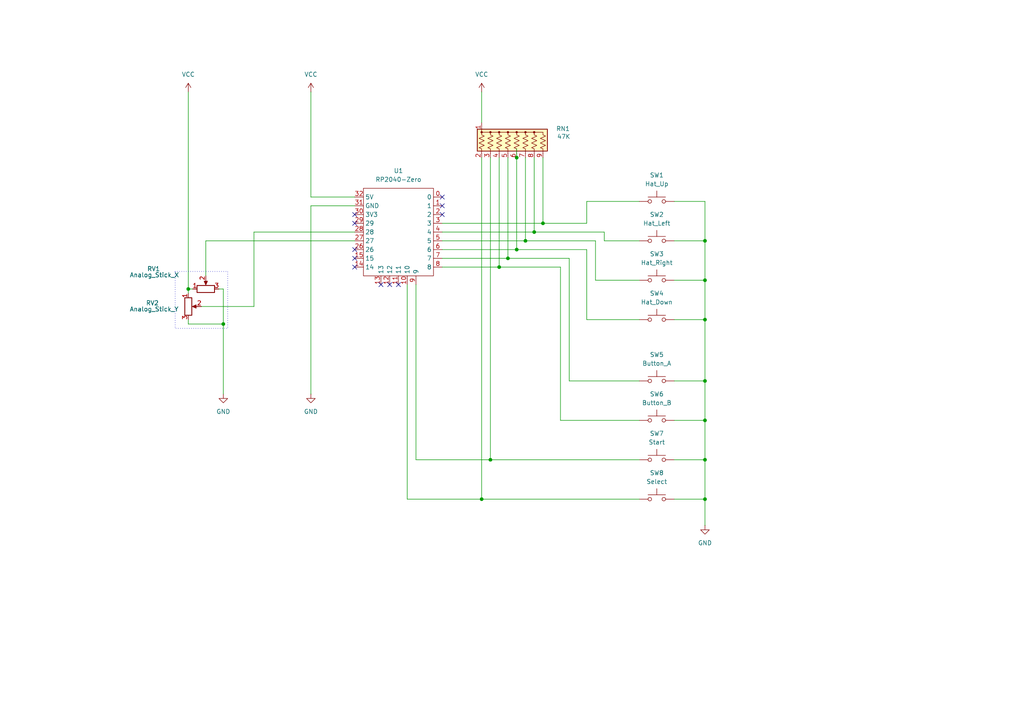
<source format=kicad_sch>
(kicad_sch
	(version 20250114)
	(generator "eeschema")
	(generator_version "9.0")
	(uuid "71e5c4d0-1d99-4b99-bae4-e05e2f50541c")
	(paper "A4")
	(title_block
		(title "ascii-stick-l5-rp2040-zero-tinygo")
		(date "2025-11-15")
		(company "Tieste")
	)
	(lib_symbols
		(symbol "Device:R_Network08_US"
			(pin_names
				(offset 0)
				(hide yes)
			)
			(exclude_from_sim no)
			(in_bom yes)
			(on_board yes)
			(property "Reference" "RN"
				(at -12.7 0 90)
				(effects
					(font
						(size 1.27 1.27)
					)
				)
			)
			(property "Value" "R_Network08_US"
				(at 10.16 0 90)
				(effects
					(font
						(size 1.27 1.27)
					)
				)
			)
			(property "Footprint" "Resistor_THT:R_Array_SIP9"
				(at 12.065 0 90)
				(effects
					(font
						(size 1.27 1.27)
					)
					(hide yes)
				)
			)
			(property "Datasheet" "http://www.vishay.com/docs/31509/csc.pdf"
				(at 0 0 0)
				(effects
					(font
						(size 1.27 1.27)
					)
					(hide yes)
				)
			)
			(property "Description" "8 resistor network, star topology, bussed resistors, small US symbol"
				(at 0 0 0)
				(effects
					(font
						(size 1.27 1.27)
					)
					(hide yes)
				)
			)
			(property "ki_keywords" "R network star-topology"
				(at 0 0 0)
				(effects
					(font
						(size 1.27 1.27)
					)
					(hide yes)
				)
			)
			(property "ki_fp_filters" "R?Array?SIP*"
				(at 0 0 0)
				(effects
					(font
						(size 1.27 1.27)
					)
					(hide yes)
				)
			)
			(symbol "R_Network08_US_0_1"
				(rectangle
					(start -11.43 -3.175)
					(end 8.89 3.175)
					(stroke
						(width 0.254)
						(type default)
					)
					(fill
						(type background)
					)
				)
				(circle
					(center -10.16 2.286)
					(radius 0.254)
					(stroke
						(width 0)
						(type default)
					)
					(fill
						(type outline)
					)
				)
				(polyline
					(pts
						(xy -10.16 2.286) (xy 7.62 2.286)
					)
					(stroke
						(width 0)
						(type default)
					)
					(fill
						(type none)
					)
				)
				(polyline
					(pts
						(xy -10.16 2.286) (xy -10.16 1.524) (xy -9.398 1.1684) (xy -10.922 0.508) (xy -9.398 -0.1524)
						(xy -10.922 -0.8382) (xy -9.398 -1.524) (xy -10.922 -2.1844) (xy -10.16 -2.54) (xy -10.16 -3.81)
					)
					(stroke
						(width 0)
						(type default)
					)
					(fill
						(type none)
					)
				)
				(circle
					(center -7.62 2.286)
					(radius 0.254)
					(stroke
						(width 0)
						(type default)
					)
					(fill
						(type outline)
					)
				)
				(polyline
					(pts
						(xy -7.62 2.286) (xy -7.62 1.524) (xy -6.858 1.1684) (xy -8.382 0.508) (xy -6.858 -0.1524) (xy -8.382 -0.8382)
						(xy -6.858 -1.524) (xy -8.382 -2.1844) (xy -7.62 -2.54) (xy -7.62 -3.81)
					)
					(stroke
						(width 0)
						(type default)
					)
					(fill
						(type none)
					)
				)
				(circle
					(center -5.08 2.286)
					(radius 0.254)
					(stroke
						(width 0)
						(type default)
					)
					(fill
						(type outline)
					)
				)
				(polyline
					(pts
						(xy -5.08 2.286) (xy -5.08 1.524) (xy -4.318 1.1684) (xy -5.842 0.508) (xy -4.318 -0.1524) (xy -5.842 -0.8382)
						(xy -4.318 -1.524) (xy -5.842 -2.1844) (xy -5.08 -2.54) (xy -5.08 -3.81)
					)
					(stroke
						(width 0)
						(type default)
					)
					(fill
						(type none)
					)
				)
				(circle
					(center -2.54 2.286)
					(radius 0.254)
					(stroke
						(width 0)
						(type default)
					)
					(fill
						(type outline)
					)
				)
				(polyline
					(pts
						(xy -2.54 2.286) (xy -2.54 1.524) (xy -1.778 1.1684) (xy -3.302 0.508) (xy -1.778 -0.1524) (xy -3.302 -0.8382)
						(xy -1.778 -1.524) (xy -3.302 -2.1844) (xy -2.54 -2.54) (xy -2.54 -3.81)
					)
					(stroke
						(width 0)
						(type default)
					)
					(fill
						(type none)
					)
				)
				(circle
					(center 0 2.286)
					(radius 0.254)
					(stroke
						(width 0)
						(type default)
					)
					(fill
						(type outline)
					)
				)
				(polyline
					(pts
						(xy 0 2.286) (xy 0 1.524) (xy 0.762 1.1684) (xy -0.762 0.508) (xy 0.762 -0.1524) (xy -0.762 -0.8382)
						(xy 0.762 -1.524) (xy -0.762 -2.1844) (xy 0 -2.54) (xy 0 -3.81)
					)
					(stroke
						(width 0)
						(type default)
					)
					(fill
						(type none)
					)
				)
				(polyline
					(pts
						(xy 2.54 2.286) (xy 2.54 1.524) (xy 3.302 1.1684) (xy 1.778 0.508) (xy 3.302 -0.1524) (xy 1.778 -0.8382)
						(xy 3.302 -1.524) (xy 1.778 -2.1844) (xy 2.54 -2.54) (xy 2.54 -3.81)
					)
					(stroke
						(width 0)
						(type default)
					)
					(fill
						(type none)
					)
				)
				(circle
					(center 2.54 2.286)
					(radius 0.254)
					(stroke
						(width 0)
						(type default)
					)
					(fill
						(type outline)
					)
				)
				(polyline
					(pts
						(xy 5.08 2.286) (xy 5.08 1.524) (xy 5.842 1.1684) (xy 4.318 0.508) (xy 5.842 -0.1524) (xy 4.318 -0.8382)
						(xy 5.842 -1.524) (xy 4.318 -2.1844) (xy 5.08 -2.54) (xy 5.08 -3.81)
					)
					(stroke
						(width 0)
						(type default)
					)
					(fill
						(type none)
					)
				)
				(circle
					(center 5.08 2.286)
					(radius 0.254)
					(stroke
						(width 0)
						(type default)
					)
					(fill
						(type outline)
					)
				)
				(polyline
					(pts
						(xy 7.62 2.286) (xy 7.62 1.524) (xy 8.382 1.1684) (xy 6.858 0.508) (xy 8.382 -0.1524) (xy 6.858 -0.8382)
						(xy 8.382 -1.524) (xy 6.858 -2.1844) (xy 7.62 -2.54) (xy 7.62 -3.81)
					)
					(stroke
						(width 0)
						(type default)
					)
					(fill
						(type none)
					)
				)
			)
			(symbol "R_Network08_US_1_1"
				(pin passive line
					(at -10.16 5.08 270)
					(length 2.54)
					(name "common"
						(effects
							(font
								(size 1.27 1.27)
							)
						)
					)
					(number "1"
						(effects
							(font
								(size 1.27 1.27)
							)
						)
					)
				)
				(pin passive line
					(at -10.16 -5.08 90)
					(length 1.27)
					(name "R1"
						(effects
							(font
								(size 1.27 1.27)
							)
						)
					)
					(number "2"
						(effects
							(font
								(size 1.27 1.27)
							)
						)
					)
				)
				(pin passive line
					(at -7.62 -5.08 90)
					(length 1.27)
					(name "R2"
						(effects
							(font
								(size 1.27 1.27)
							)
						)
					)
					(number "3"
						(effects
							(font
								(size 1.27 1.27)
							)
						)
					)
				)
				(pin passive line
					(at -5.08 -5.08 90)
					(length 1.27)
					(name "R3"
						(effects
							(font
								(size 1.27 1.27)
							)
						)
					)
					(number "4"
						(effects
							(font
								(size 1.27 1.27)
							)
						)
					)
				)
				(pin passive line
					(at -2.54 -5.08 90)
					(length 1.27)
					(name "R4"
						(effects
							(font
								(size 1.27 1.27)
							)
						)
					)
					(number "5"
						(effects
							(font
								(size 1.27 1.27)
							)
						)
					)
				)
				(pin passive line
					(at 0 -5.08 90)
					(length 1.27)
					(name "R5"
						(effects
							(font
								(size 1.27 1.27)
							)
						)
					)
					(number "6"
						(effects
							(font
								(size 1.27 1.27)
							)
						)
					)
				)
				(pin passive line
					(at 2.54 -5.08 90)
					(length 1.27)
					(name "R6"
						(effects
							(font
								(size 1.27 1.27)
							)
						)
					)
					(number "7"
						(effects
							(font
								(size 1.27 1.27)
							)
						)
					)
				)
				(pin passive line
					(at 5.08 -5.08 90)
					(length 1.27)
					(name "R7"
						(effects
							(font
								(size 1.27 1.27)
							)
						)
					)
					(number "8"
						(effects
							(font
								(size 1.27 1.27)
							)
						)
					)
				)
				(pin passive line
					(at 7.62 -5.08 90)
					(length 1.27)
					(name "R8"
						(effects
							(font
								(size 1.27 1.27)
							)
						)
					)
					(number "9"
						(effects
							(font
								(size 1.27 1.27)
							)
						)
					)
				)
			)
			(embedded_fonts no)
		)
		(symbol "Device:R_Potentiometer"
			(pin_names
				(offset 1.016)
				(hide yes)
			)
			(exclude_from_sim no)
			(in_bom yes)
			(on_board yes)
			(property "Reference" "RV"
				(at -4.445 0 90)
				(effects
					(font
						(size 1.27 1.27)
					)
				)
			)
			(property "Value" "R_Potentiometer"
				(at -2.54 0 90)
				(effects
					(font
						(size 1.27 1.27)
					)
				)
			)
			(property "Footprint" ""
				(at 0 0 0)
				(effects
					(font
						(size 1.27 1.27)
					)
					(hide yes)
				)
			)
			(property "Datasheet" "~"
				(at 0 0 0)
				(effects
					(font
						(size 1.27 1.27)
					)
					(hide yes)
				)
			)
			(property "Description" "Potentiometer"
				(at 0 0 0)
				(effects
					(font
						(size 1.27 1.27)
					)
					(hide yes)
				)
			)
			(property "ki_keywords" "resistor variable"
				(at 0 0 0)
				(effects
					(font
						(size 1.27 1.27)
					)
					(hide yes)
				)
			)
			(property "ki_fp_filters" "Potentiometer*"
				(at 0 0 0)
				(effects
					(font
						(size 1.27 1.27)
					)
					(hide yes)
				)
			)
			(symbol "R_Potentiometer_0_1"
				(rectangle
					(start 1.016 2.54)
					(end -1.016 -2.54)
					(stroke
						(width 0.254)
						(type default)
					)
					(fill
						(type none)
					)
				)
				(polyline
					(pts
						(xy 1.143 0) (xy 2.286 0.508) (xy 2.286 -0.508) (xy 1.143 0)
					)
					(stroke
						(width 0)
						(type default)
					)
					(fill
						(type outline)
					)
				)
				(polyline
					(pts
						(xy 2.54 0) (xy 1.524 0)
					)
					(stroke
						(width 0)
						(type default)
					)
					(fill
						(type none)
					)
				)
			)
			(symbol "R_Potentiometer_1_1"
				(pin passive line
					(at 0 3.81 270)
					(length 1.27)
					(name "1"
						(effects
							(font
								(size 1.27 1.27)
							)
						)
					)
					(number "1"
						(effects
							(font
								(size 1.27 1.27)
							)
						)
					)
				)
				(pin passive line
					(at 0 -3.81 90)
					(length 1.27)
					(name "3"
						(effects
							(font
								(size 1.27 1.27)
							)
						)
					)
					(number "3"
						(effects
							(font
								(size 1.27 1.27)
							)
						)
					)
				)
				(pin passive line
					(at 3.81 0 180)
					(length 1.27)
					(name "2"
						(effects
							(font
								(size 1.27 1.27)
							)
						)
					)
					(number "2"
						(effects
							(font
								(size 1.27 1.27)
							)
						)
					)
				)
			)
			(embedded_fonts no)
		)
		(symbol "Switch:SW_Push"
			(pin_numbers
				(hide yes)
			)
			(pin_names
				(offset 1.016)
				(hide yes)
			)
			(exclude_from_sim no)
			(in_bom yes)
			(on_board yes)
			(property "Reference" "SW"
				(at 1.27 2.54 0)
				(effects
					(font
						(size 1.27 1.27)
					)
					(justify left)
				)
			)
			(property "Value" "SW_Push"
				(at 0 -1.524 0)
				(effects
					(font
						(size 1.27 1.27)
					)
				)
			)
			(property "Footprint" ""
				(at 0 5.08 0)
				(effects
					(font
						(size 1.27 1.27)
					)
					(hide yes)
				)
			)
			(property "Datasheet" "~"
				(at 0 5.08 0)
				(effects
					(font
						(size 1.27 1.27)
					)
					(hide yes)
				)
			)
			(property "Description" "Push button switch, generic, two pins"
				(at 0 0 0)
				(effects
					(font
						(size 1.27 1.27)
					)
					(hide yes)
				)
			)
			(property "ki_keywords" "switch normally-open pushbutton push-button"
				(at 0 0 0)
				(effects
					(font
						(size 1.27 1.27)
					)
					(hide yes)
				)
			)
			(symbol "SW_Push_0_1"
				(circle
					(center -2.032 0)
					(radius 0.508)
					(stroke
						(width 0)
						(type default)
					)
					(fill
						(type none)
					)
				)
				(polyline
					(pts
						(xy 0 1.27) (xy 0 3.048)
					)
					(stroke
						(width 0)
						(type default)
					)
					(fill
						(type none)
					)
				)
				(circle
					(center 2.032 0)
					(radius 0.508)
					(stroke
						(width 0)
						(type default)
					)
					(fill
						(type none)
					)
				)
				(polyline
					(pts
						(xy 2.54 1.27) (xy -2.54 1.27)
					)
					(stroke
						(width 0)
						(type default)
					)
					(fill
						(type none)
					)
				)
				(pin passive line
					(at -5.08 0 0)
					(length 2.54)
					(name "1"
						(effects
							(font
								(size 1.27 1.27)
							)
						)
					)
					(number "1"
						(effects
							(font
								(size 1.27 1.27)
							)
						)
					)
				)
				(pin passive line
					(at 5.08 0 180)
					(length 2.54)
					(name "2"
						(effects
							(font
								(size 1.27 1.27)
							)
						)
					)
					(number "2"
						(effects
							(font
								(size 1.27 1.27)
							)
						)
					)
				)
			)
			(embedded_fonts no)
		)
		(symbol "isw-mcu:RP2040-Zero"
			(exclude_from_sim no)
			(in_bom yes)
			(on_board yes)
			(property "Reference" "U"
				(at 0 17.78 0)
				(effects
					(font
						(size 1.27 1.27)
					)
				)
			)
			(property "Value" "RP2040-Zero"
				(at 0 15.24 0)
				(effects
					(font
						(size 1.27 1.27)
					)
				)
			)
			(property "Footprint" ""
				(at 0 15.24 0)
				(effects
					(font
						(size 1.27 1.27)
					)
					(hide yes)
				)
			)
			(property "Datasheet" ""
				(at 0 15.24 0)
				(effects
					(font
						(size 1.27 1.27)
					)
					(hide yes)
				)
			)
			(property "Description" ""
				(at 0 0 0)
				(effects
					(font
						(size 1.27 1.27)
					)
					(hide yes)
				)
			)
			(symbol "RP2040-Zero_0_1"
				(rectangle
					(start -10.16 12.7)
					(end 10.16 -12.7)
					(stroke
						(width 0)
						(type default)
					)
					(fill
						(type none)
					)
				)
			)
			(symbol "RP2040-Zero_1_1"
				(pin power_out line
					(at -12.7 10.16 0)
					(length 2.54)
					(name "5V"
						(effects
							(font
								(size 1.27 1.27)
							)
						)
					)
					(number "32"
						(effects
							(font
								(size 1.27 1.27)
							)
						)
					)
				)
				(pin power_in line
					(at -12.7 7.62 0)
					(length 2.54)
					(name "GND"
						(effects
							(font
								(size 1.27 1.27)
							)
						)
					)
					(number "31"
						(effects
							(font
								(size 1.27 1.27)
							)
						)
					)
				)
				(pin power_out line
					(at -12.7 5.08 0)
					(length 2.54)
					(name "3V3"
						(effects
							(font
								(size 1.27 1.27)
							)
						)
					)
					(number "30"
						(effects
							(font
								(size 1.27 1.27)
							)
						)
					)
				)
				(pin bidirectional line
					(at -12.7 2.54 0)
					(length 2.54)
					(name "29"
						(effects
							(font
								(size 1.27 1.27)
							)
						)
					)
					(number "29"
						(effects
							(font
								(size 1.27 1.27)
							)
						)
					)
				)
				(pin bidirectional line
					(at -12.7 0 0)
					(length 2.54)
					(name "28"
						(effects
							(font
								(size 1.27 1.27)
							)
						)
					)
					(number "28"
						(effects
							(font
								(size 1.27 1.27)
							)
						)
					)
				)
				(pin bidirectional line
					(at -12.7 -2.54 0)
					(length 2.54)
					(name "27"
						(effects
							(font
								(size 1.27 1.27)
							)
						)
					)
					(number "27"
						(effects
							(font
								(size 1.27 1.27)
							)
						)
					)
				)
				(pin bidirectional line
					(at -12.7 -5.08 0)
					(length 2.54)
					(name "26"
						(effects
							(font
								(size 1.27 1.27)
							)
						)
					)
					(number "26"
						(effects
							(font
								(size 1.27 1.27)
							)
						)
					)
				)
				(pin bidirectional line
					(at -12.7 -7.62 0)
					(length 2.54)
					(name "15"
						(effects
							(font
								(size 1.27 1.27)
							)
						)
					)
					(number "15"
						(effects
							(font
								(size 1.27 1.27)
							)
						)
					)
				)
				(pin bidirectional line
					(at -12.7 -10.16 0)
					(length 2.54)
					(name "14"
						(effects
							(font
								(size 1.27 1.27)
							)
						)
					)
					(number "14"
						(effects
							(font
								(size 1.27 1.27)
							)
						)
					)
				)
				(pin bidirectional line
					(at -5.08 -15.24 90)
					(length 2.54)
					(name "13"
						(effects
							(font
								(size 1.27 1.27)
							)
						)
					)
					(number "13"
						(effects
							(font
								(size 1.27 1.27)
							)
						)
					)
				)
				(pin bidirectional line
					(at -2.54 -15.24 90)
					(length 2.54)
					(name "12"
						(effects
							(font
								(size 1.27 1.27)
							)
						)
					)
					(number "12"
						(effects
							(font
								(size 1.27 1.27)
							)
						)
					)
				)
				(pin bidirectional line
					(at 0 -15.24 90)
					(length 2.54)
					(name "11"
						(effects
							(font
								(size 1.27 1.27)
							)
						)
					)
					(number "11"
						(effects
							(font
								(size 1.27 1.27)
							)
						)
					)
				)
				(pin bidirectional line
					(at 2.54 -15.24 90)
					(length 2.54)
					(name "10"
						(effects
							(font
								(size 1.27 1.27)
							)
						)
					)
					(number "10"
						(effects
							(font
								(size 1.27 1.27)
							)
						)
					)
				)
				(pin bidirectional line
					(at 5.08 -15.24 90)
					(length 2.54)
					(name "9"
						(effects
							(font
								(size 1.27 1.27)
							)
						)
					)
					(number "9"
						(effects
							(font
								(size 1.27 1.27)
							)
						)
					)
				)
				(pin tri_state line
					(at 12.7 10.16 180)
					(length 2.54)
					(name "0"
						(effects
							(font
								(size 1.27 1.27)
							)
						)
					)
					(number "0"
						(effects
							(font
								(size 1.27 1.27)
							)
						)
					)
				)
				(pin bidirectional line
					(at 12.7 7.62 180)
					(length 2.54)
					(name "1"
						(effects
							(font
								(size 1.27 1.27)
							)
						)
					)
					(number "1"
						(effects
							(font
								(size 1.27 1.27)
							)
						)
					)
				)
				(pin bidirectional line
					(at 12.7 5.08 180)
					(length 2.54)
					(name "2"
						(effects
							(font
								(size 1.27 1.27)
							)
						)
					)
					(number "2"
						(effects
							(font
								(size 1.27 1.27)
							)
						)
					)
				)
				(pin bidirectional line
					(at 12.7 2.54 180)
					(length 2.54)
					(name "3"
						(effects
							(font
								(size 1.27 1.27)
							)
						)
					)
					(number "3"
						(effects
							(font
								(size 1.27 1.27)
							)
						)
					)
				)
				(pin bidirectional line
					(at 12.7 0 180)
					(length 2.54)
					(name "4"
						(effects
							(font
								(size 1.27 1.27)
							)
						)
					)
					(number "4"
						(effects
							(font
								(size 1.27 1.27)
							)
						)
					)
				)
				(pin bidirectional line
					(at 12.7 -2.54 180)
					(length 2.54)
					(name "5"
						(effects
							(font
								(size 1.27 1.27)
							)
						)
					)
					(number "5"
						(effects
							(font
								(size 1.27 1.27)
							)
						)
					)
				)
				(pin bidirectional line
					(at 12.7 -5.08 180)
					(length 2.54)
					(name "6"
						(effects
							(font
								(size 1.27 1.27)
							)
						)
					)
					(number "6"
						(effects
							(font
								(size 1.27 1.27)
							)
						)
					)
				)
				(pin bidirectional line
					(at 12.7 -7.62 180)
					(length 2.54)
					(name "7"
						(effects
							(font
								(size 1.27 1.27)
							)
						)
					)
					(number "7"
						(effects
							(font
								(size 1.27 1.27)
							)
						)
					)
				)
				(pin bidirectional line
					(at 12.7 -10.16 180)
					(length 2.54)
					(name "8"
						(effects
							(font
								(size 1.27 1.27)
							)
						)
					)
					(number "8"
						(effects
							(font
								(size 1.27 1.27)
							)
						)
					)
				)
			)
			(embedded_fonts no)
		)
		(symbol "power:GND"
			(power)
			(pin_numbers
				(hide yes)
			)
			(pin_names
				(offset 0)
				(hide yes)
			)
			(exclude_from_sim no)
			(in_bom yes)
			(on_board yes)
			(property "Reference" "#PWR"
				(at 0 -6.35 0)
				(effects
					(font
						(size 1.27 1.27)
					)
					(hide yes)
				)
			)
			(property "Value" "GND"
				(at 0 -3.81 0)
				(effects
					(font
						(size 1.27 1.27)
					)
				)
			)
			(property "Footprint" ""
				(at 0 0 0)
				(effects
					(font
						(size 1.27 1.27)
					)
					(hide yes)
				)
			)
			(property "Datasheet" ""
				(at 0 0 0)
				(effects
					(font
						(size 1.27 1.27)
					)
					(hide yes)
				)
			)
			(property "Description" "Power symbol creates a global label with name \"GND\" , ground"
				(at 0 0 0)
				(effects
					(font
						(size 1.27 1.27)
					)
					(hide yes)
				)
			)
			(property "ki_keywords" "global power"
				(at 0 0 0)
				(effects
					(font
						(size 1.27 1.27)
					)
					(hide yes)
				)
			)
			(symbol "GND_0_1"
				(polyline
					(pts
						(xy 0 0) (xy 0 -1.27) (xy 1.27 -1.27) (xy 0 -2.54) (xy -1.27 -1.27) (xy 0 -1.27)
					)
					(stroke
						(width 0)
						(type default)
					)
					(fill
						(type none)
					)
				)
			)
			(symbol "GND_1_1"
				(pin power_in line
					(at 0 0 270)
					(length 0)
					(name "~"
						(effects
							(font
								(size 1.27 1.27)
							)
						)
					)
					(number "1"
						(effects
							(font
								(size 1.27 1.27)
							)
						)
					)
				)
			)
			(embedded_fonts no)
		)
		(symbol "power:VCC"
			(power)
			(pin_numbers
				(hide yes)
			)
			(pin_names
				(offset 0)
				(hide yes)
			)
			(exclude_from_sim no)
			(in_bom yes)
			(on_board yes)
			(property "Reference" "#PWR"
				(at 0 -3.81 0)
				(effects
					(font
						(size 1.27 1.27)
					)
					(hide yes)
				)
			)
			(property "Value" "VCC"
				(at 0 3.556 0)
				(effects
					(font
						(size 1.27 1.27)
					)
				)
			)
			(property "Footprint" ""
				(at 0 0 0)
				(effects
					(font
						(size 1.27 1.27)
					)
					(hide yes)
				)
			)
			(property "Datasheet" ""
				(at 0 0 0)
				(effects
					(font
						(size 1.27 1.27)
					)
					(hide yes)
				)
			)
			(property "Description" "Power symbol creates a global label with name \"VCC\""
				(at 0 0 0)
				(effects
					(font
						(size 1.27 1.27)
					)
					(hide yes)
				)
			)
			(property "ki_keywords" "global power"
				(at 0 0 0)
				(effects
					(font
						(size 1.27 1.27)
					)
					(hide yes)
				)
			)
			(symbol "VCC_0_1"
				(polyline
					(pts
						(xy -0.762 1.27) (xy 0 2.54)
					)
					(stroke
						(width 0)
						(type default)
					)
					(fill
						(type none)
					)
				)
				(polyline
					(pts
						(xy 0 2.54) (xy 0.762 1.27)
					)
					(stroke
						(width 0)
						(type default)
					)
					(fill
						(type none)
					)
				)
				(polyline
					(pts
						(xy 0 0) (xy 0 2.54)
					)
					(stroke
						(width 0)
						(type default)
					)
					(fill
						(type none)
					)
				)
			)
			(symbol "VCC_1_1"
				(pin power_in line
					(at 0 0 90)
					(length 0)
					(name "~"
						(effects
							(font
								(size 1.27 1.27)
							)
						)
					)
					(number "1"
						(effects
							(font
								(size 1.27 1.27)
							)
						)
					)
				)
			)
			(embedded_fonts no)
		)
	)
	(rectangle
		(start 50.8 78.74)
		(end 66.04 95.25)
		(stroke
			(width 0)
			(type dot)
		)
		(fill
			(type none)
		)
		(uuid c4509957-4ec8-4f34-9a2b-39b52816e933)
	)
	(junction
		(at 149.86 45.72)
		(diameter 0)
		(color 0 0 0 0)
		(uuid "03c19007-c538-4bc3-a6b2-495db1d14dbd")
	)
	(junction
		(at 64.77 93.98)
		(diameter 0)
		(color 0 0 0 0)
		(uuid "06c2dd88-c4c4-4998-ae61-527849fe1f00")
	)
	(junction
		(at 204.47 92.71)
		(diameter 0)
		(color 0 0 0 0)
		(uuid "2a14be8e-194d-47e0-93b4-ee21b2f78df5")
	)
	(junction
		(at 204.47 144.78)
		(diameter 0)
		(color 0 0 0 0)
		(uuid "2a9caa6b-7989-4343-8274-8cc62ed445f0")
	)
	(junction
		(at 139.7 144.78)
		(diameter 0)
		(color 0 0 0 0)
		(uuid "38785197-1057-42a3-9dce-66db0bdc4867")
	)
	(junction
		(at 157.48 64.77)
		(diameter 0)
		(color 0 0 0 0)
		(uuid "437245ec-3cd7-4457-8851-848e732f5553")
	)
	(junction
		(at 204.47 133.35)
		(diameter 0)
		(color 0 0 0 0)
		(uuid "55b4a005-d901-4a3e-b12e-fbdb33c35867")
	)
	(junction
		(at 204.47 69.85)
		(diameter 0)
		(color 0 0 0 0)
		(uuid "78fd16b1-708f-495a-8d6b-7164222f7abe")
	)
	(junction
		(at 144.78 77.47)
		(diameter 0)
		(color 0 0 0 0)
		(uuid "7b9fca3d-c6f2-4b4c-8ebf-c8a9426a8a6c")
	)
	(junction
		(at 54.61 83.82)
		(diameter 0)
		(color 0 0 0 0)
		(uuid "7d50ba74-1464-4530-897d-2f495e844416")
	)
	(junction
		(at 149.86 72.39)
		(diameter 0)
		(color 0 0 0 0)
		(uuid "94db7d26-65f6-45fe-9540-8744f500ca53")
	)
	(junction
		(at 152.4 69.85)
		(diameter 0)
		(color 0 0 0 0)
		(uuid "ba9887f5-efb8-44fa-ad36-7a86eae72753")
	)
	(junction
		(at 204.47 121.92)
		(diameter 0)
		(color 0 0 0 0)
		(uuid "bf4bcbbc-fb3a-4471-a73a-0e01ea289b68")
	)
	(junction
		(at 204.47 110.49)
		(diameter 0)
		(color 0 0 0 0)
		(uuid "d41ee2ef-bb6a-454d-a725-f14c17da9689")
	)
	(junction
		(at 147.32 74.93)
		(diameter 0)
		(color 0 0 0 0)
		(uuid "dba2f27c-421f-4463-b2e0-a631b7f9201f")
	)
	(junction
		(at 142.24 133.35)
		(diameter 0)
		(color 0 0 0 0)
		(uuid "e8789b96-cf21-4cbb-addf-dc0e8863df6d")
	)
	(junction
		(at 154.94 67.31)
		(diameter 0)
		(color 0 0 0 0)
		(uuid "fe755e5c-1995-4aba-9b2c-9495cb1e1218")
	)
	(junction
		(at 204.47 81.28)
		(diameter 0)
		(color 0 0 0 0)
		(uuid "ff228342-630a-40bd-bb64-962883db7228")
	)
	(no_connect
		(at 110.49 82.55)
		(uuid "33973fcc-9040-4427-bcd7-aa7c14f68ad5")
	)
	(no_connect
		(at 113.03 82.55)
		(uuid "3824698d-909c-48b2-b405-c1a4008e0f1d")
	)
	(no_connect
		(at 102.87 77.47)
		(uuid "41c58851-b335-47c6-ae87-ed41cfaa24db")
	)
	(no_connect
		(at 102.87 74.93)
		(uuid "4f27fdf0-791b-474d-9cb6-11848612452e")
	)
	(no_connect
		(at 128.27 57.15)
		(uuid "61f92575-06db-479f-8cff-d7e26abe8c0e")
	)
	(no_connect
		(at 128.27 62.23)
		(uuid "6465410d-e00b-4597-a8aa-0a297ee31a0d")
	)
	(no_connect
		(at 128.27 59.69)
		(uuid "8b59ed6b-2c12-4002-9886-786978df2b89")
	)
	(no_connect
		(at 102.87 64.77)
		(uuid "a2d06d10-707b-4040-8a59-716f13dd41f7")
	)
	(no_connect
		(at 115.57 82.55)
		(uuid "b4607d9a-7746-44c1-9768-90ec0752e9d0")
	)
	(no_connect
		(at 102.87 62.23)
		(uuid "c649eeda-9aa2-4e1c-9680-3af0e79905d3")
	)
	(no_connect
		(at 102.87 72.39)
		(uuid "d9956c40-0f6b-44d0-89e5-e9339ae0052b")
	)
	(wire
		(pts
			(xy 139.7 26.67) (xy 139.7 35.56)
		)
		(stroke
			(width 0)
			(type default)
		)
		(uuid "001bd715-65a4-437f-afac-cbde8ef53816")
	)
	(wire
		(pts
			(xy 204.47 121.92) (xy 204.47 133.35)
		)
		(stroke
			(width 0)
			(type default)
		)
		(uuid "008561b2-f46a-4d69-a920-a77e0112fbd2")
	)
	(wire
		(pts
			(xy 175.26 69.85) (xy 185.42 69.85)
		)
		(stroke
			(width 0)
			(type default)
		)
		(uuid "034d8c4a-4680-4a32-b329-3c37aaea06e4")
	)
	(wire
		(pts
			(xy 142.24 133.35) (xy 185.42 133.35)
		)
		(stroke
			(width 0)
			(type default)
		)
		(uuid "038aba4b-8771-4141-acd4-fdebc24efa63")
	)
	(wire
		(pts
			(xy 54.61 26.67) (xy 54.61 83.82)
		)
		(stroke
			(width 0)
			(type default)
		)
		(uuid "0447fe97-3092-4af5-be58-86137a80ae31")
	)
	(wire
		(pts
			(xy 128.27 74.93) (xy 147.32 74.93)
		)
		(stroke
			(width 0)
			(type default)
		)
		(uuid "047addc8-93be-4a3c-acf0-ae68af5334b6")
	)
	(wire
		(pts
			(xy 204.47 110.49) (xy 204.47 121.92)
		)
		(stroke
			(width 0)
			(type default)
		)
		(uuid "06af2982-27ae-4998-9235-4666b99205ee")
	)
	(wire
		(pts
			(xy 118.11 144.78) (xy 139.7 144.78)
		)
		(stroke
			(width 0)
			(type default)
		)
		(uuid "1244ed2f-08b6-4d28-886f-a16137574af8")
	)
	(wire
		(pts
			(xy 102.87 59.69) (xy 90.17 59.69)
		)
		(stroke
			(width 0)
			(type default)
		)
		(uuid "16e5c3a5-f9ff-44c8-aeab-ee465749384a")
	)
	(wire
		(pts
			(xy 128.27 72.39) (xy 149.86 72.39)
		)
		(stroke
			(width 0)
			(type default)
		)
		(uuid "1c4118bd-3808-4a54-81aa-cecbc89e6757")
	)
	(wire
		(pts
			(xy 154.94 67.31) (xy 175.26 67.31)
		)
		(stroke
			(width 0)
			(type default)
		)
		(uuid "1d8b6b51-851f-4a7e-92c6-44079eb5f658")
	)
	(wire
		(pts
			(xy 128.27 67.31) (xy 154.94 67.31)
		)
		(stroke
			(width 0)
			(type default)
		)
		(uuid "24ad3c46-aa73-4a5c-b8e8-22e1093abf6f")
	)
	(wire
		(pts
			(xy 59.69 80.01) (xy 59.69 69.85)
		)
		(stroke
			(width 0)
			(type default)
		)
		(uuid "24d6b7b6-1bed-4d33-bfaa-59763ff62b3b")
	)
	(wire
		(pts
			(xy 73.66 67.31) (xy 102.87 67.31)
		)
		(stroke
			(width 0)
			(type default)
		)
		(uuid "26e8123f-dcc3-4bb9-9e20-d48f9e49d91e")
	)
	(wire
		(pts
			(xy 162.56 121.92) (xy 185.42 121.92)
		)
		(stroke
			(width 0)
			(type default)
		)
		(uuid "29468e93-139b-45fa-a45f-b66f56faee08")
	)
	(wire
		(pts
			(xy 195.58 92.71) (xy 204.47 92.71)
		)
		(stroke
			(width 0)
			(type default)
		)
		(uuid "2b794824-8900-427a-9b95-4e7852c0649a")
	)
	(wire
		(pts
			(xy 172.72 81.28) (xy 185.42 81.28)
		)
		(stroke
			(width 0)
			(type default)
		)
		(uuid "2db97c1c-a7b9-4661-ae2f-1925567d3653")
	)
	(wire
		(pts
			(xy 120.65 133.35) (xy 142.24 133.35)
		)
		(stroke
			(width 0)
			(type default)
		)
		(uuid "335a51e1-2824-4d90-8393-9d3d03ebfc28")
	)
	(wire
		(pts
			(xy 195.58 110.49) (xy 204.47 110.49)
		)
		(stroke
			(width 0)
			(type default)
		)
		(uuid "3709a7a1-d1ad-49a8-ab17-11aee1eb7170")
	)
	(wire
		(pts
			(xy 73.66 88.9) (xy 73.66 67.31)
		)
		(stroke
			(width 0)
			(type default)
		)
		(uuid "394b2c11-1bea-4752-951e-0d459c3f9695")
	)
	(wire
		(pts
			(xy 128.27 69.85) (xy 152.4 69.85)
		)
		(stroke
			(width 0)
			(type default)
		)
		(uuid "4a9fa0b6-6ab3-42b7-a565-d129e44cb8c5")
	)
	(wire
		(pts
			(xy 54.61 93.98) (xy 54.61 92.71)
		)
		(stroke
			(width 0)
			(type default)
		)
		(uuid "4dc59737-4b2f-48f7-a63d-ca3fad38ee4a")
	)
	(wire
		(pts
			(xy 204.47 81.28) (xy 204.47 92.71)
		)
		(stroke
			(width 0)
			(type default)
		)
		(uuid "51069707-bd7c-4ec3-b06f-4b468fc7503f")
	)
	(wire
		(pts
			(xy 204.47 144.78) (xy 204.47 152.4)
		)
		(stroke
			(width 0)
			(type default)
		)
		(uuid "52e13045-9585-4914-8123-bd9606065600")
	)
	(wire
		(pts
			(xy 204.47 92.71) (xy 204.47 110.49)
		)
		(stroke
			(width 0)
			(type default)
		)
		(uuid "532e744d-d776-4b4c-9ff1-b1e8ff5772c7")
	)
	(wire
		(pts
			(xy 90.17 59.69) (xy 90.17 114.3)
		)
		(stroke
			(width 0)
			(type default)
		)
		(uuid "54b1a160-e0ec-4350-89d3-8c964eb12c6b")
	)
	(wire
		(pts
			(xy 165.1 110.49) (xy 185.42 110.49)
		)
		(stroke
			(width 0)
			(type default)
		)
		(uuid "570c90b6-a61f-4396-9f1f-715456c72c64")
	)
	(wire
		(pts
			(xy 139.7 144.78) (xy 185.42 144.78)
		)
		(stroke
			(width 0)
			(type default)
		)
		(uuid "5710d0f7-a10d-4466-8aae-bdbe9e564fc6")
	)
	(wire
		(pts
			(xy 152.4 69.85) (xy 172.72 69.85)
		)
		(stroke
			(width 0)
			(type default)
		)
		(uuid "6040c591-90d8-4a6d-85be-09642cf1eb2a")
	)
	(wire
		(pts
			(xy 157.48 64.77) (xy 170.18 64.77)
		)
		(stroke
			(width 0)
			(type default)
		)
		(uuid "66b09097-eb3a-478a-8dd2-2eed5607762a")
	)
	(wire
		(pts
			(xy 172.72 69.85) (xy 172.72 81.28)
		)
		(stroke
			(width 0)
			(type default)
		)
		(uuid "6dad6322-7f8d-4c32-9faa-2b98beed66e2")
	)
	(wire
		(pts
			(xy 195.58 121.92) (xy 204.47 121.92)
		)
		(stroke
			(width 0)
			(type default)
		)
		(uuid "6f6b27bb-41e4-43eb-a3b7-bda5fa38a49b")
	)
	(wire
		(pts
			(xy 195.58 133.35) (xy 204.47 133.35)
		)
		(stroke
			(width 0)
			(type default)
		)
		(uuid "718ae758-7692-4a5f-bc52-77cbab36c3ac")
	)
	(wire
		(pts
			(xy 204.47 69.85) (xy 195.58 69.85)
		)
		(stroke
			(width 0)
			(type default)
		)
		(uuid "723bf9cf-db69-4efe-9be7-e123ae9d30a0")
	)
	(wire
		(pts
			(xy 128.27 64.77) (xy 157.48 64.77)
		)
		(stroke
			(width 0)
			(type default)
		)
		(uuid "7aea707d-2fb5-47a3-bdbf-888afbe83333")
	)
	(wire
		(pts
			(xy 149.86 72.39) (xy 170.18 72.39)
		)
		(stroke
			(width 0)
			(type default)
		)
		(uuid "7b9204e7-fa9a-45ca-bd3c-01398836e973")
	)
	(wire
		(pts
			(xy 128.27 77.47) (xy 144.78 77.47)
		)
		(stroke
			(width 0)
			(type default)
		)
		(uuid "7c03ee7a-c7cc-4d03-8137-ec0ce08bd877")
	)
	(wire
		(pts
			(xy 59.69 69.85) (xy 102.87 69.85)
		)
		(stroke
			(width 0)
			(type default)
		)
		(uuid "83a8fc48-aafa-46cd-a014-b2430718edd2")
	)
	(wire
		(pts
			(xy 204.47 69.85) (xy 204.47 81.28)
		)
		(stroke
			(width 0)
			(type default)
		)
		(uuid "86199d76-2fde-468d-8209-b8a95efc07c1")
	)
	(wire
		(pts
			(xy 90.17 26.67) (xy 90.17 57.15)
		)
		(stroke
			(width 0)
			(type default)
		)
		(uuid "88131b9c-f298-4d78-82d5-9a535120fe63")
	)
	(wire
		(pts
			(xy 157.48 45.72) (xy 157.48 64.77)
		)
		(stroke
			(width 0)
			(type default)
		)
		(uuid "8b44d2af-19f2-47e0-8f4e-061eb408b84b")
	)
	(wire
		(pts
			(xy 204.47 81.28) (xy 195.58 81.28)
		)
		(stroke
			(width 0)
			(type default)
		)
		(uuid "8e1efecb-167b-4c78-9725-a102b50a0936")
	)
	(wire
		(pts
			(xy 120.65 82.55) (xy 120.65 133.35)
		)
		(stroke
			(width 0)
			(type default)
		)
		(uuid "92dcafde-e469-4df5-8b4f-ca45762d2d08")
	)
	(wire
		(pts
			(xy 170.18 58.42) (xy 170.18 64.77)
		)
		(stroke
			(width 0)
			(type default)
		)
		(uuid "94c44c36-4e0b-4cc5-b1d1-af6d72a2f0dc")
	)
	(wire
		(pts
			(xy 147.32 45.72) (xy 147.32 74.93)
		)
		(stroke
			(width 0)
			(type default)
		)
		(uuid "98f2f983-855f-4340-b3cb-69b8b7400c26")
	)
	(wire
		(pts
			(xy 204.47 133.35) (xy 204.47 144.78)
		)
		(stroke
			(width 0)
			(type default)
		)
		(uuid "9e619bb3-af30-4476-8846-53185a0b9093")
	)
	(wire
		(pts
			(xy 204.47 58.42) (xy 195.58 58.42)
		)
		(stroke
			(width 0)
			(type default)
		)
		(uuid "a32e0bcf-be2e-4525-83ce-838bb86fa3cb")
	)
	(wire
		(pts
			(xy 64.77 93.98) (xy 54.61 93.98)
		)
		(stroke
			(width 0)
			(type default)
		)
		(uuid "a5622c9e-d700-46f6-97ab-abe834fe0777")
	)
	(wire
		(pts
			(xy 64.77 93.98) (xy 64.77 114.3)
		)
		(stroke
			(width 0)
			(type default)
		)
		(uuid "ab649dff-8551-4f50-aca1-fdd9394859d1")
	)
	(wire
		(pts
			(xy 165.1 74.93) (xy 165.1 110.49)
		)
		(stroke
			(width 0)
			(type default)
		)
		(uuid "aec21b6a-7bfb-4d3e-af79-64fc23b6cf75")
	)
	(wire
		(pts
			(xy 195.58 144.78) (xy 204.47 144.78)
		)
		(stroke
			(width 0)
			(type default)
		)
		(uuid "b25c987f-b031-4282-b2d2-1edf75bcb9df")
	)
	(wire
		(pts
			(xy 204.47 58.42) (xy 204.47 69.85)
		)
		(stroke
			(width 0)
			(type default)
		)
		(uuid "b5d88437-8da3-4518-ba3d-54e84db465dd")
	)
	(wire
		(pts
			(xy 152.4 45.72) (xy 152.4 69.85)
		)
		(stroke
			(width 0)
			(type default)
		)
		(uuid "bd2cecbe-a1f5-4a39-89bd-9b2896c4b238")
	)
	(wire
		(pts
			(xy 144.78 45.72) (xy 144.78 77.47)
		)
		(stroke
			(width 0)
			(type default)
		)
		(uuid "bd6b440d-dbe1-4f2e-8617-18658fcce38f")
	)
	(wire
		(pts
			(xy 175.26 67.31) (xy 175.26 69.85)
		)
		(stroke
			(width 0)
			(type default)
		)
		(uuid "c8d7ad25-507c-429a-8936-a082423ee5f0")
	)
	(wire
		(pts
			(xy 147.32 74.93) (xy 165.1 74.93)
		)
		(stroke
			(width 0)
			(type default)
		)
		(uuid "cf9884e8-9cac-44d3-acd0-5d1e9f05f1b3")
	)
	(wire
		(pts
			(xy 170.18 58.42) (xy 185.42 58.42)
		)
		(stroke
			(width 0)
			(type default)
		)
		(uuid "cfebe341-bb07-43a0-8cea-8a06c4e10c6e")
	)
	(wire
		(pts
			(xy 154.94 45.72) (xy 154.94 67.31)
		)
		(stroke
			(width 0)
			(type default)
		)
		(uuid "d29e74c6-fa26-4d0a-b572-02fead26375a")
	)
	(wire
		(pts
			(xy 142.24 45.72) (xy 142.24 133.35)
		)
		(stroke
			(width 0)
			(type default)
		)
		(uuid "d518ef59-5028-4278-9d54-7c2fecc1e02b")
	)
	(wire
		(pts
			(xy 170.18 92.71) (xy 185.42 92.71)
		)
		(stroke
			(width 0)
			(type default)
		)
		(uuid "d66cc57c-0cb0-4b2a-8ee0-3ed0941a22e5")
	)
	(wire
		(pts
			(xy 149.86 45.72) (xy 149.86 72.39)
		)
		(stroke
			(width 0)
			(type default)
		)
		(uuid "d9b276f8-b114-4a86-8410-0c3a5c0f081a")
	)
	(wire
		(pts
			(xy 64.77 83.82) (xy 63.5 83.82)
		)
		(stroke
			(width 0)
			(type default)
		)
		(uuid "df2ff537-7ff3-4959-86cd-53189b5f22d1")
	)
	(wire
		(pts
			(xy 64.77 83.82) (xy 64.77 93.98)
		)
		(stroke
			(width 0)
			(type default)
		)
		(uuid "e069d4fc-c7f7-4a6a-bc44-5112563030e3")
	)
	(wire
		(pts
			(xy 162.56 77.47) (xy 162.56 121.92)
		)
		(stroke
			(width 0)
			(type default)
		)
		(uuid "e652938c-ac80-4cac-934a-2bf27b8e8b35")
	)
	(wire
		(pts
			(xy 55.88 83.82) (xy 54.61 83.82)
		)
		(stroke
			(width 0)
			(type default)
		)
		(uuid "e9734e78-9ddd-48fd-af04-1ca4298b8430")
	)
	(wire
		(pts
			(xy 54.61 83.82) (xy 54.61 85.09)
		)
		(stroke
			(width 0)
			(type default)
		)
		(uuid "eddb893f-2ce9-46c4-80b4-e17192cfdb1e")
	)
	(wire
		(pts
			(xy 149.86 43.18) (xy 149.86 45.72)
		)
		(stroke
			(width 0)
			(type default)
		)
		(uuid "ee654fe9-13ae-46b3-a424-208ce04a0e6e")
	)
	(wire
		(pts
			(xy 144.78 77.47) (xy 162.56 77.47)
		)
		(stroke
			(width 0)
			(type default)
		)
		(uuid "efb00c86-f982-4f22-9b22-c77d7dbeb613")
	)
	(wire
		(pts
			(xy 90.17 57.15) (xy 102.87 57.15)
		)
		(stroke
			(width 0)
			(type default)
		)
		(uuid "f0ca7496-40c6-4be4-a6ae-c9ca16e2cdbd")
	)
	(wire
		(pts
			(xy 118.11 82.55) (xy 118.11 144.78)
		)
		(stroke
			(width 0)
			(type default)
		)
		(uuid "f1bc8291-0ba7-42aa-904d-fd13cfd7219e")
	)
	(wire
		(pts
			(xy 58.42 88.9) (xy 73.66 88.9)
		)
		(stroke
			(width 0)
			(type default)
		)
		(uuid "f3cb7f75-3aed-47bc-a47f-8ca702b5358a")
	)
	(wire
		(pts
			(xy 170.18 72.39) (xy 170.18 92.71)
		)
		(stroke
			(width 0)
			(type default)
		)
		(uuid "fabc4961-15fc-4340-b5cb-13d17cd4ae4f")
	)
	(wire
		(pts
			(xy 139.7 45.72) (xy 139.7 144.78)
		)
		(stroke
			(width 0)
			(type default)
		)
		(uuid "ff0670e7-b021-4baa-8bcd-0bfa7511908c")
	)
	(symbol
		(lib_id "Switch:SW_Push")
		(at 190.5 110.49 0)
		(unit 1)
		(exclude_from_sim no)
		(in_bom yes)
		(on_board yes)
		(dnp no)
		(fields_autoplaced yes)
		(uuid "1c56ac6a-ffc6-4a2c-99d0-5d01e33aaf46")
		(property "Reference" "SW5"
			(at 190.5 102.87 0)
			(effects
				(font
					(size 1.27 1.27)
				)
			)
		)
		(property "Value" "Button_A"
			(at 190.5 105.41 0)
			(effects
				(font
					(size 1.27 1.27)
				)
			)
		)
		(property "Footprint" ""
			(at 190.5 105.41 0)
			(effects
				(font
					(size 1.27 1.27)
				)
				(hide yes)
			)
		)
		(property "Datasheet" "~"
			(at 190.5 105.41 0)
			(effects
				(font
					(size 1.27 1.27)
				)
				(hide yes)
			)
		)
		(property "Description" "Push button switch, generic, two pins"
			(at 190.5 110.49 0)
			(effects
				(font
					(size 1.27 1.27)
				)
				(hide yes)
			)
		)
		(pin "2"
			(uuid "02bf3b7a-59a2-40fe-b896-39d08c692953")
		)
		(pin "1"
			(uuid "130c21da-1663-44da-a5f7-d2abc1770230")
		)
		(instances
			(project ""
				(path "/71e5c4d0-1d99-4b99-bae4-e05e2f50541c"
					(reference "SW5")
					(unit 1)
				)
			)
		)
	)
	(symbol
		(lib_id "Device:R_Network08_US")
		(at 149.86 40.64 0)
		(unit 1)
		(exclude_from_sim no)
		(in_bom yes)
		(on_board yes)
		(dnp no)
		(uuid "301c35a5-44f0-49e4-a58d-100ae2a29b54")
		(property "Reference" "RN1"
			(at 161.29 37.338 0)
			(effects
				(font
					(size 1.27 1.27)
				)
				(justify left)
			)
		)
		(property "Value" "47K"
			(at 161.544 39.624 0)
			(effects
				(font
					(size 1.27 1.27)
				)
				(justify left)
			)
		)
		(property "Footprint" "Resistor_THT:R_Array_SIP9"
			(at 161.925 40.64 90)
			(effects
				(font
					(size 1.27 1.27)
				)
				(hide yes)
			)
		)
		(property "Datasheet" "http://www.vishay.com/docs/31509/csc.pdf"
			(at 149.86 40.64 0)
			(effects
				(font
					(size 1.27 1.27)
				)
				(hide yes)
			)
		)
		(property "Description" "8 resistor network, star topology, bussed resistors, small US symbol"
			(at 149.86 40.64 0)
			(effects
				(font
					(size 1.27 1.27)
				)
				(hide yes)
			)
		)
		(pin "4"
			(uuid "758e5b5d-9023-4977-b628-658f93609520")
		)
		(pin "8"
			(uuid "243117eb-5226-48ce-ac7f-58a48958f5fa")
		)
		(pin "6"
			(uuid "8fa30eb2-68c9-4998-9704-195c0fed9ee5")
		)
		(pin "5"
			(uuid "5df1686c-992a-4dc8-9cbc-0d8218ab0bb2")
		)
		(pin "1"
			(uuid "1edcb1c8-461d-40c3-a39d-8a46dc44ff38")
		)
		(pin "9"
			(uuid "7ae918a9-8b63-4ec1-8d27-14c209e14b34")
		)
		(pin "2"
			(uuid "99ea4133-d0e7-4204-aa25-199614c8e70f")
		)
		(pin "3"
			(uuid "b0a6f45c-6777-40ac-a4f7-d04e650716de")
		)
		(pin "7"
			(uuid "af7bf514-57c5-47f7-abf9-033bce14b616")
		)
		(instances
			(project ""
				(path "/71e5c4d0-1d99-4b99-bae4-e05e2f50541c"
					(reference "RN1")
					(unit 1)
				)
			)
		)
	)
	(symbol
		(lib_id "power:VCC")
		(at 139.7 26.67 0)
		(unit 1)
		(exclude_from_sim no)
		(in_bom yes)
		(on_board yes)
		(dnp no)
		(fields_autoplaced yes)
		(uuid "3046393f-8add-4d6e-b50a-613a7cb6ce03")
		(property "Reference" "#PWR01"
			(at 139.7 30.48 0)
			(effects
				(font
					(size 1.27 1.27)
				)
				(hide yes)
			)
		)
		(property "Value" "VCC"
			(at 139.7 21.59 0)
			(effects
				(font
					(size 1.27 1.27)
				)
			)
		)
		(property "Footprint" ""
			(at 139.7 26.67 0)
			(effects
				(font
					(size 1.27 1.27)
				)
				(hide yes)
			)
		)
		(property "Datasheet" ""
			(at 139.7 26.67 0)
			(effects
				(font
					(size 1.27 1.27)
				)
				(hide yes)
			)
		)
		(property "Description" "Power symbol creates a global label with name \"VCC\""
			(at 139.7 26.67 0)
			(effects
				(font
					(size 1.27 1.27)
				)
				(hide yes)
			)
		)
		(pin "1"
			(uuid "f14cda83-8434-4172-ab7c-4f8c247b7019")
		)
		(instances
			(project ""
				(path "/71e5c4d0-1d99-4b99-bae4-e05e2f50541c"
					(reference "#PWR01")
					(unit 1)
				)
			)
		)
	)
	(symbol
		(lib_id "Switch:SW_Push")
		(at 190.5 69.85 0)
		(unit 1)
		(exclude_from_sim no)
		(in_bom yes)
		(on_board yes)
		(dnp no)
		(fields_autoplaced yes)
		(uuid "32911714-15e6-4d54-a13f-c2e82a906ecf")
		(property "Reference" "SW2"
			(at 190.5 62.23 0)
			(effects
				(font
					(size 1.27 1.27)
				)
			)
		)
		(property "Value" "Hat_Left"
			(at 190.5 64.77 0)
			(effects
				(font
					(size 1.27 1.27)
				)
			)
		)
		(property "Footprint" ""
			(at 190.5 64.77 0)
			(effects
				(font
					(size 1.27 1.27)
				)
				(hide yes)
			)
		)
		(property "Datasheet" "~"
			(at 190.5 64.77 0)
			(effects
				(font
					(size 1.27 1.27)
				)
				(hide yes)
			)
		)
		(property "Description" "Push button switch, generic, two pins"
			(at 190.5 69.85 0)
			(effects
				(font
					(size 1.27 1.27)
				)
				(hide yes)
			)
		)
		(pin "1"
			(uuid "c1e7629b-5028-42d5-8a8a-fa912a53bd1b")
		)
		(pin "2"
			(uuid "c44a0296-a5ed-4196-96c2-3e45f00b42ab")
		)
		(instances
			(project ""
				(path "/71e5c4d0-1d99-4b99-bae4-e05e2f50541c"
					(reference "SW2")
					(unit 1)
				)
			)
		)
	)
	(symbol
		(lib_id "isw-mcu:RP2040-Zero")
		(at 115.57 67.31 0)
		(unit 1)
		(exclude_from_sim no)
		(in_bom yes)
		(on_board yes)
		(dnp no)
		(fields_autoplaced yes)
		(uuid "52b455a3-b0b7-4f04-bef6-273a85c65f45")
		(property "Reference" "U1"
			(at 115.57 49.53 0)
			(effects
				(font
					(size 1.27 1.27)
				)
			)
		)
		(property "Value" "RP2040-Zero"
			(at 115.57 52.07 0)
			(effects
				(font
					(size 1.27 1.27)
				)
			)
		)
		(property "Footprint" ""
			(at 115.57 52.07 0)
			(effects
				(font
					(size 1.27 1.27)
				)
				(hide yes)
			)
		)
		(property "Datasheet" ""
			(at 115.57 52.07 0)
			(effects
				(font
					(size 1.27 1.27)
				)
				(hide yes)
			)
		)
		(property "Description" ""
			(at 115.57 67.31 0)
			(effects
				(font
					(size 1.27 1.27)
				)
				(hide yes)
			)
		)
		(pin "2"
			(uuid "8f05d64c-dac9-40b3-b6a7-9375886f6cad")
		)
		(pin "10"
			(uuid "028a2c8d-5ba5-49c9-b302-ee9a54d150a4")
		)
		(pin "29"
			(uuid "b179b9db-0c61-474b-9f5d-a09ef69dceb2")
		)
		(pin "28"
			(uuid "81b64ada-1110-405c-9933-68f10fee71d9")
		)
		(pin "32"
			(uuid "beceb1c1-367b-4dcd-b238-842b1b853470")
		)
		(pin "31"
			(uuid "2ad6878c-bdbd-4212-b6d1-bdd70653a067")
		)
		(pin "27"
			(uuid "d43ff3c6-ae7b-4243-bdf6-7098f9a46590")
		)
		(pin "15"
			(uuid "e2716aa6-f380-475c-9a59-65c69d39462e")
		)
		(pin "14"
			(uuid "2c5f843c-89b7-4d31-9bb5-cf5cd05ec0fe")
		)
		(pin "13"
			(uuid "f38896b1-0d4b-4cdf-9121-6bd619d49da4")
		)
		(pin "12"
			(uuid "40a97dd8-ceba-481f-bc51-31543e720f4a")
		)
		(pin "11"
			(uuid "d12c7ef8-5315-45b7-b568-b28d9b537f61")
		)
		(pin "9"
			(uuid "f99b691d-d91a-4348-a1e2-5f568a2853df")
		)
		(pin "0"
			(uuid "205471fe-42dc-4df4-b420-efe9f24b2746")
		)
		(pin "26"
			(uuid "c59b6eec-27f7-4dd5-81c3-e5c4f4393e6b")
		)
		(pin "30"
			(uuid "a6b97fdd-b213-4039-bbae-d9d9b7aa5461")
		)
		(pin "1"
			(uuid "6f1129f4-74de-4516-bbc4-5a6d2b419471")
		)
		(pin "3"
			(uuid "4a12f32c-683b-49f3-8bf9-2bf61f459b1b")
		)
		(pin "4"
			(uuid "eff736b9-289e-4662-be01-ae754e318d7e")
		)
		(pin "6"
			(uuid "9a1a9871-3f9a-4153-b61b-862c3cdc5aff")
		)
		(pin "5"
			(uuid "71c8a051-7613-40f4-8313-e59380a94a08")
		)
		(pin "8"
			(uuid "2a992550-65c8-4497-9100-1893e009f61c")
		)
		(pin "7"
			(uuid "4a963bf6-93bb-43eb-b8b8-410be5d0a094")
		)
		(instances
			(project ""
				(path "/71e5c4d0-1d99-4b99-bae4-e05e2f50541c"
					(reference "U1")
					(unit 1)
				)
			)
		)
	)
	(symbol
		(lib_id "Switch:SW_Push")
		(at 190.5 133.35 0)
		(unit 1)
		(exclude_from_sim no)
		(in_bom yes)
		(on_board yes)
		(dnp no)
		(fields_autoplaced yes)
		(uuid "55b9b5af-4421-4aba-ad90-a5e948da9567")
		(property "Reference" "SW7"
			(at 190.5 125.73 0)
			(effects
				(font
					(size 1.27 1.27)
				)
			)
		)
		(property "Value" "Start"
			(at 190.5 128.27 0)
			(effects
				(font
					(size 1.27 1.27)
				)
			)
		)
		(property "Footprint" ""
			(at 190.5 128.27 0)
			(effects
				(font
					(size 1.27 1.27)
				)
				(hide yes)
			)
		)
		(property "Datasheet" "~"
			(at 190.5 128.27 0)
			(effects
				(font
					(size 1.27 1.27)
				)
				(hide yes)
			)
		)
		(property "Description" "Push button switch, generic, two pins"
			(at 190.5 133.35 0)
			(effects
				(font
					(size 1.27 1.27)
				)
				(hide yes)
			)
		)
		(pin "1"
			(uuid "0e170d55-201a-43e2-bf93-4cc31c0123cd")
		)
		(pin "2"
			(uuid "b2fb96b1-4a31-4d3a-a244-7786c7697f6d")
		)
		(instances
			(project ""
				(path "/71e5c4d0-1d99-4b99-bae4-e05e2f50541c"
					(reference "SW7")
					(unit 1)
				)
			)
		)
	)
	(symbol
		(lib_id "power:GND")
		(at 204.47 152.4 0)
		(unit 1)
		(exclude_from_sim no)
		(in_bom yes)
		(on_board yes)
		(dnp no)
		(fields_autoplaced yes)
		(uuid "66812574-9991-4981-9e59-cb1a6b279edc")
		(property "Reference" "#PWR04"
			(at 204.47 158.75 0)
			(effects
				(font
					(size 1.27 1.27)
				)
				(hide yes)
			)
		)
		(property "Value" "GND"
			(at 204.47 157.48 0)
			(effects
				(font
					(size 1.27 1.27)
				)
			)
		)
		(property "Footprint" ""
			(at 204.47 152.4 0)
			(effects
				(font
					(size 1.27 1.27)
				)
				(hide yes)
			)
		)
		(property "Datasheet" ""
			(at 204.47 152.4 0)
			(effects
				(font
					(size 1.27 1.27)
				)
				(hide yes)
			)
		)
		(property "Description" "Power symbol creates a global label with name \"GND\" , ground"
			(at 204.47 152.4 0)
			(effects
				(font
					(size 1.27 1.27)
				)
				(hide yes)
			)
		)
		(pin "1"
			(uuid "b8bbb701-e83f-418f-bd32-682e1169c79e")
		)
		(instances
			(project ""
				(path "/71e5c4d0-1d99-4b99-bae4-e05e2f50541c"
					(reference "#PWR04")
					(unit 1)
				)
			)
		)
	)
	(symbol
		(lib_id "Device:R_Potentiometer")
		(at 54.61 88.9 0)
		(unit 1)
		(exclude_from_sim no)
		(in_bom yes)
		(on_board yes)
		(dnp no)
		(uuid "6ea6c999-9492-4be7-b909-353984703308")
		(property "Reference" "RV2"
			(at 44.196 87.884 0)
			(effects
				(font
					(size 1.27 1.27)
				)
			)
		)
		(property "Value" "Analog_Stick_Y"
			(at 44.704 89.662 0)
			(effects
				(font
					(size 1.27 1.27)
				)
			)
		)
		(property "Footprint" ""
			(at 54.61 88.9 0)
			(effects
				(font
					(size 1.27 1.27)
				)
				(hide yes)
			)
		)
		(property "Datasheet" "~"
			(at 54.61 88.9 0)
			(effects
				(font
					(size 1.27 1.27)
				)
				(hide yes)
			)
		)
		(property "Description" "Potentiometer"
			(at 54.61 88.9 0)
			(effects
				(font
					(size 1.27 1.27)
				)
				(hide yes)
			)
		)
		(pin "1"
			(uuid "61dbdca1-54f5-410f-bf4d-b35a760754be")
		)
		(pin "3"
			(uuid "dcbb0a1e-5fb3-47dc-9a86-0fc58f00297a")
		)
		(pin "2"
			(uuid "9dcb4d35-ad7c-4f71-84ae-e26bfdf5c382")
		)
		(instances
			(project ""
				(path "/71e5c4d0-1d99-4b99-bae4-e05e2f50541c"
					(reference "RV2")
					(unit 1)
				)
			)
		)
	)
	(symbol
		(lib_id "Device:R_Potentiometer")
		(at 59.69 83.82 90)
		(unit 1)
		(exclude_from_sim no)
		(in_bom yes)
		(on_board yes)
		(dnp no)
		(uuid "80c5bad3-878d-4953-9e67-58c3965a99cf")
		(property "Reference" "RV1"
			(at 42.672 77.978 90)
			(effects
				(font
					(size 1.27 1.27)
				)
				(justify right)
			)
		)
		(property "Value" "Analog_Stick_X"
			(at 37.592 79.756 90)
			(effects
				(font
					(size 1.27 1.27)
				)
				(justify right)
			)
		)
		(property "Footprint" ""
			(at 59.69 83.82 0)
			(effects
				(font
					(size 1.27 1.27)
				)
				(hide yes)
			)
		)
		(property "Datasheet" "~"
			(at 59.69 83.82 0)
			(effects
				(font
					(size 1.27 1.27)
				)
				(hide yes)
			)
		)
		(property "Description" "Potentiometer"
			(at 59.69 83.82 0)
			(effects
				(font
					(size 1.27 1.27)
				)
				(hide yes)
			)
		)
		(pin "3"
			(uuid "408c0919-e4be-4842-b6b4-9894a441a612")
		)
		(pin "1"
			(uuid "e83fb147-d683-4d0f-92ad-d33200f9e6a9")
		)
		(pin "2"
			(uuid "00c41605-fb91-4f0b-8632-0ea7592fdb55")
		)
		(instances
			(project ""
				(path "/71e5c4d0-1d99-4b99-bae4-e05e2f50541c"
					(reference "RV1")
					(unit 1)
				)
			)
		)
	)
	(symbol
		(lib_id "Switch:SW_Push")
		(at 190.5 144.78 0)
		(unit 1)
		(exclude_from_sim no)
		(in_bom yes)
		(on_board yes)
		(dnp no)
		(fields_autoplaced yes)
		(uuid "933a166c-744c-4d31-a30c-089cff0c664b")
		(property "Reference" "SW8"
			(at 190.5 137.16 0)
			(effects
				(font
					(size 1.27 1.27)
				)
			)
		)
		(property "Value" "Select"
			(at 190.5 139.7 0)
			(effects
				(font
					(size 1.27 1.27)
				)
			)
		)
		(property "Footprint" ""
			(at 190.5 139.7 0)
			(effects
				(font
					(size 1.27 1.27)
				)
				(hide yes)
			)
		)
		(property "Datasheet" "~"
			(at 190.5 139.7 0)
			(effects
				(font
					(size 1.27 1.27)
				)
				(hide yes)
			)
		)
		(property "Description" "Push button switch, generic, two pins"
			(at 190.5 144.78 0)
			(effects
				(font
					(size 1.27 1.27)
				)
				(hide yes)
			)
		)
		(pin "2"
			(uuid "021c5604-0f88-43df-83e7-fb978731f374")
		)
		(pin "1"
			(uuid "837bf2c8-95e9-4294-9a74-dc0e8c3bf041")
		)
		(instances
			(project ""
				(path "/71e5c4d0-1d99-4b99-bae4-e05e2f50541c"
					(reference "SW8")
					(unit 1)
				)
			)
		)
	)
	(symbol
		(lib_id "power:VCC")
		(at 90.17 26.67 0)
		(unit 1)
		(exclude_from_sim no)
		(in_bom yes)
		(on_board yes)
		(dnp no)
		(fields_autoplaced yes)
		(uuid "972a37de-68d3-4328-92f2-8188de28fe6c")
		(property "Reference" "#PWR02"
			(at 90.17 30.48 0)
			(effects
				(font
					(size 1.27 1.27)
				)
				(hide yes)
			)
		)
		(property "Value" "VCC"
			(at 90.17 21.59 0)
			(effects
				(font
					(size 1.27 1.27)
				)
			)
		)
		(property "Footprint" ""
			(at 90.17 26.67 0)
			(effects
				(font
					(size 1.27 1.27)
				)
				(hide yes)
			)
		)
		(property "Datasheet" ""
			(at 90.17 26.67 0)
			(effects
				(font
					(size 1.27 1.27)
				)
				(hide yes)
			)
		)
		(property "Description" "Power symbol creates a global label with name \"VCC\""
			(at 90.17 26.67 0)
			(effects
				(font
					(size 1.27 1.27)
				)
				(hide yes)
			)
		)
		(pin "1"
			(uuid "b734cafe-cf7b-49fd-ba88-62a21f7d3f09")
		)
		(instances
			(project ""
				(path "/71e5c4d0-1d99-4b99-bae4-e05e2f50541c"
					(reference "#PWR02")
					(unit 1)
				)
			)
		)
	)
	(symbol
		(lib_id "Switch:SW_Push")
		(at 190.5 58.42 0)
		(unit 1)
		(exclude_from_sim no)
		(in_bom yes)
		(on_board yes)
		(dnp no)
		(fields_autoplaced yes)
		(uuid "986b0584-1f9d-4666-a09a-bf4dbbeee92d")
		(property "Reference" "SW1"
			(at 190.5 50.8 0)
			(effects
				(font
					(size 1.27 1.27)
				)
			)
		)
		(property "Value" "Hat_Up"
			(at 190.5 53.34 0)
			(effects
				(font
					(size 1.27 1.27)
				)
			)
		)
		(property "Footprint" ""
			(at 190.5 53.34 0)
			(effects
				(font
					(size 1.27 1.27)
				)
				(hide yes)
			)
		)
		(property "Datasheet" "~"
			(at 190.5 53.34 0)
			(effects
				(font
					(size 1.27 1.27)
				)
				(hide yes)
			)
		)
		(property "Description" "Push button switch, generic, two pins"
			(at 190.5 58.42 0)
			(effects
				(font
					(size 1.27 1.27)
				)
				(hide yes)
			)
		)
		(pin "1"
			(uuid "b02f5dac-cd5b-4303-897a-0906426f829f")
		)
		(pin "2"
			(uuid "16533b08-cae4-4f30-9a71-f4791735829f")
		)
		(instances
			(project ""
				(path "/71e5c4d0-1d99-4b99-bae4-e05e2f50541c"
					(reference "SW1")
					(unit 1)
				)
			)
		)
	)
	(symbol
		(lib_id "power:GND")
		(at 64.77 114.3 0)
		(unit 1)
		(exclude_from_sim no)
		(in_bom yes)
		(on_board yes)
		(dnp no)
		(fields_autoplaced yes)
		(uuid "9c1f952d-83dc-4927-a3ed-18777e18580b")
		(property "Reference" "#PWR05"
			(at 64.77 120.65 0)
			(effects
				(font
					(size 1.27 1.27)
				)
				(hide yes)
			)
		)
		(property "Value" "GND"
			(at 64.77 119.38 0)
			(effects
				(font
					(size 1.27 1.27)
				)
			)
		)
		(property "Footprint" ""
			(at 64.77 114.3 0)
			(effects
				(font
					(size 1.27 1.27)
				)
				(hide yes)
			)
		)
		(property "Datasheet" ""
			(at 64.77 114.3 0)
			(effects
				(font
					(size 1.27 1.27)
				)
				(hide yes)
			)
		)
		(property "Description" "Power symbol creates a global label with name \"GND\" , ground"
			(at 64.77 114.3 0)
			(effects
				(font
					(size 1.27 1.27)
				)
				(hide yes)
			)
		)
		(pin "1"
			(uuid "cb4c76d2-f252-4c88-a520-2a2f2f7bd5b1")
		)
		(instances
			(project ""
				(path "/71e5c4d0-1d99-4b99-bae4-e05e2f50541c"
					(reference "#PWR05")
					(unit 1)
				)
			)
		)
	)
	(symbol
		(lib_id "Switch:SW_Push")
		(at 190.5 121.92 0)
		(unit 1)
		(exclude_from_sim no)
		(in_bom yes)
		(on_board yes)
		(dnp no)
		(fields_autoplaced yes)
		(uuid "a2d836f1-35b0-4805-9926-40eec9a7c56f")
		(property "Reference" "SW6"
			(at 190.5 114.3 0)
			(effects
				(font
					(size 1.27 1.27)
				)
			)
		)
		(property "Value" "Button_B"
			(at 190.5 116.84 0)
			(effects
				(font
					(size 1.27 1.27)
				)
			)
		)
		(property "Footprint" ""
			(at 190.5 116.84 0)
			(effects
				(font
					(size 1.27 1.27)
				)
				(hide yes)
			)
		)
		(property "Datasheet" "~"
			(at 190.5 116.84 0)
			(effects
				(font
					(size 1.27 1.27)
				)
				(hide yes)
			)
		)
		(property "Description" "Push button switch, generic, two pins"
			(at 190.5 121.92 0)
			(effects
				(font
					(size 1.27 1.27)
				)
				(hide yes)
			)
		)
		(pin "1"
			(uuid "0dcd080f-6704-43e2-b848-607dccd8def4")
		)
		(pin "2"
			(uuid "dc17f8a7-c6a7-441a-8026-beaf803e3a86")
		)
		(instances
			(project ""
				(path "/71e5c4d0-1d99-4b99-bae4-e05e2f50541c"
					(reference "SW6")
					(unit 1)
				)
			)
		)
	)
	(symbol
		(lib_id "Switch:SW_Push")
		(at 190.5 92.71 0)
		(unit 1)
		(exclude_from_sim no)
		(in_bom yes)
		(on_board yes)
		(dnp no)
		(fields_autoplaced yes)
		(uuid "a389bfbc-c105-496b-954f-f45144a5e73e")
		(property "Reference" "SW4"
			(at 190.5 85.09 0)
			(effects
				(font
					(size 1.27 1.27)
				)
			)
		)
		(property "Value" "Hat_Down"
			(at 190.5 87.63 0)
			(effects
				(font
					(size 1.27 1.27)
				)
			)
		)
		(property "Footprint" ""
			(at 190.5 87.63 0)
			(effects
				(font
					(size 1.27 1.27)
				)
				(hide yes)
			)
		)
		(property "Datasheet" "~"
			(at 190.5 87.63 0)
			(effects
				(font
					(size 1.27 1.27)
				)
				(hide yes)
			)
		)
		(property "Description" "Push button switch, generic, two pins"
			(at 190.5 92.71 0)
			(effects
				(font
					(size 1.27 1.27)
				)
				(hide yes)
			)
		)
		(pin "1"
			(uuid "e7316593-54bb-4891-9d51-076b116eac22")
		)
		(pin "2"
			(uuid "fd64fe27-d355-4a04-9ddb-e8813bc16b93")
		)
		(instances
			(project ""
				(path "/71e5c4d0-1d99-4b99-bae4-e05e2f50541c"
					(reference "SW4")
					(unit 1)
				)
			)
		)
	)
	(symbol
		(lib_id "Switch:SW_Push")
		(at 190.5 81.28 0)
		(unit 1)
		(exclude_from_sim no)
		(in_bom yes)
		(on_board yes)
		(dnp no)
		(fields_autoplaced yes)
		(uuid "a8ab4c5f-526c-4ead-9cce-97fc8492738e")
		(property "Reference" "SW3"
			(at 190.5 73.66 0)
			(effects
				(font
					(size 1.27 1.27)
				)
			)
		)
		(property "Value" "Hat_Right"
			(at 190.5 76.2 0)
			(effects
				(font
					(size 1.27 1.27)
				)
			)
		)
		(property "Footprint" ""
			(at 190.5 76.2 0)
			(effects
				(font
					(size 1.27 1.27)
				)
				(hide yes)
			)
		)
		(property "Datasheet" "~"
			(at 190.5 76.2 0)
			(effects
				(font
					(size 1.27 1.27)
				)
				(hide yes)
			)
		)
		(property "Description" "Push button switch, generic, two pins"
			(at 190.5 81.28 0)
			(effects
				(font
					(size 1.27 1.27)
				)
				(hide yes)
			)
		)
		(pin "2"
			(uuid "e646d112-3bc1-4ad8-8ea3-215951e53ee4")
		)
		(pin "1"
			(uuid "0e87cc66-bf76-4f42-a54b-89897a2ba7eb")
		)
		(instances
			(project ""
				(path "/71e5c4d0-1d99-4b99-bae4-e05e2f50541c"
					(reference "SW3")
					(unit 1)
				)
			)
		)
	)
	(symbol
		(lib_id "power:VCC")
		(at 54.61 26.67 0)
		(unit 1)
		(exclude_from_sim no)
		(in_bom yes)
		(on_board yes)
		(dnp no)
		(fields_autoplaced yes)
		(uuid "fd4552fb-30f5-4ad9-8a94-219931899c0f")
		(property "Reference" "#PWR06"
			(at 54.61 30.48 0)
			(effects
				(font
					(size 1.27 1.27)
				)
				(hide yes)
			)
		)
		(property "Value" "VCC"
			(at 54.61 21.59 0)
			(effects
				(font
					(size 1.27 1.27)
				)
			)
		)
		(property "Footprint" ""
			(at 54.61 26.67 0)
			(effects
				(font
					(size 1.27 1.27)
				)
				(hide yes)
			)
		)
		(property "Datasheet" ""
			(at 54.61 26.67 0)
			(effects
				(font
					(size 1.27 1.27)
				)
				(hide yes)
			)
		)
		(property "Description" "Power symbol creates a global label with name \"VCC\""
			(at 54.61 26.67 0)
			(effects
				(font
					(size 1.27 1.27)
				)
				(hide yes)
			)
		)
		(pin "1"
			(uuid "7bff3aab-4c71-482b-a539-80b66eb4591e")
		)
		(instances
			(project ""
				(path "/71e5c4d0-1d99-4b99-bae4-e05e2f50541c"
					(reference "#PWR06")
					(unit 1)
				)
			)
		)
	)
	(symbol
		(lib_id "power:GND")
		(at 90.17 114.3 0)
		(unit 1)
		(exclude_from_sim no)
		(in_bom yes)
		(on_board yes)
		(dnp no)
		(fields_autoplaced yes)
		(uuid "fe15132c-89ee-4c01-a33e-2be455bcc27a")
		(property "Reference" "#PWR03"
			(at 90.17 120.65 0)
			(effects
				(font
					(size 1.27 1.27)
				)
				(hide yes)
			)
		)
		(property "Value" "GND"
			(at 90.17 119.38 0)
			(effects
				(font
					(size 1.27 1.27)
				)
			)
		)
		(property "Footprint" ""
			(at 90.17 114.3 0)
			(effects
				(font
					(size 1.27 1.27)
				)
				(hide yes)
			)
		)
		(property "Datasheet" ""
			(at 90.17 114.3 0)
			(effects
				(font
					(size 1.27 1.27)
				)
				(hide yes)
			)
		)
		(property "Description" "Power symbol creates a global label with name \"GND\" , ground"
			(at 90.17 114.3 0)
			(effects
				(font
					(size 1.27 1.27)
				)
				(hide yes)
			)
		)
		(pin "1"
			(uuid "c19a99cc-7c31-4b73-8010-95ab4b19e663")
		)
		(instances
			(project ""
				(path "/71e5c4d0-1d99-4b99-bae4-e05e2f50541c"
					(reference "#PWR03")
					(unit 1)
				)
			)
		)
	)
	(sheet_instances
		(path "/"
			(page "1")
		)
	)
	(embedded_fonts no)
)

</source>
